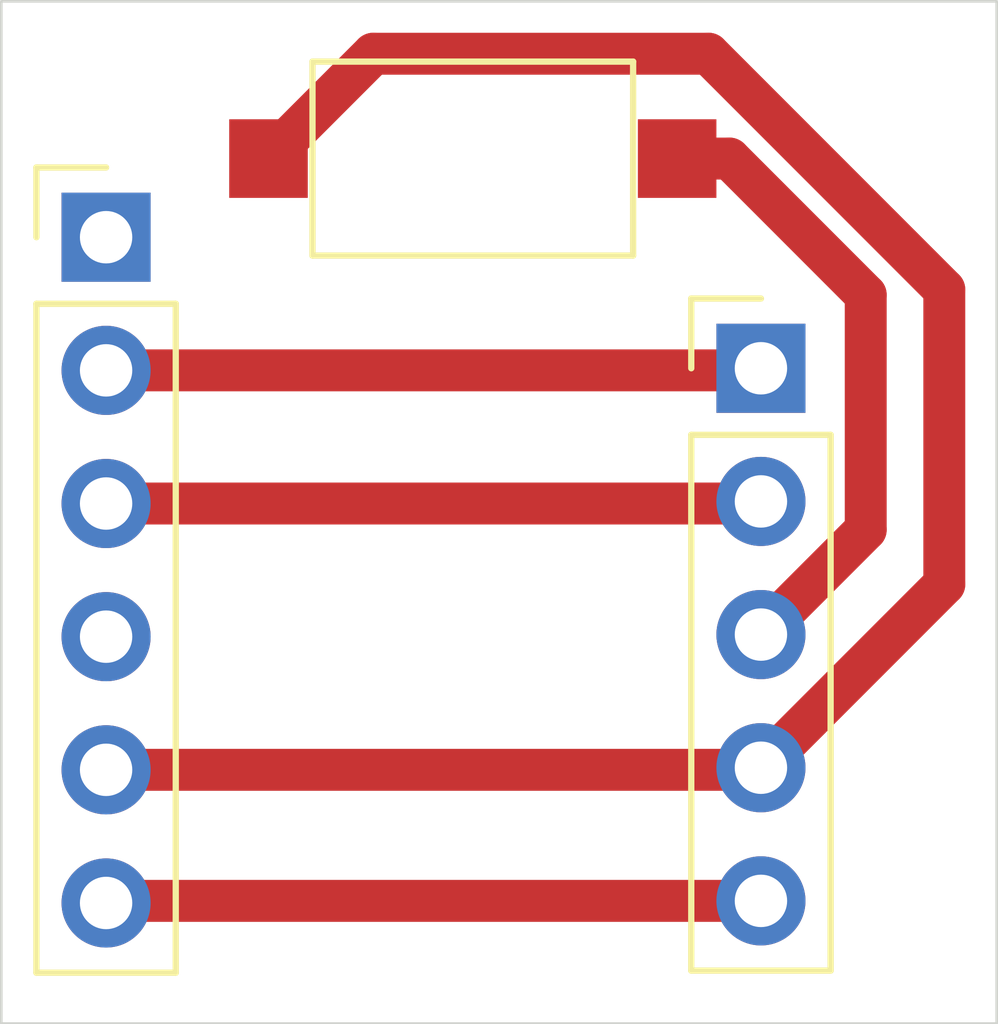
<source format=kicad_pcb>
(kicad_pcb (version 20240108) (generator "pcbnew") (generator_version "8.0")
  (layers (0 "F.Cu" signal) (31 "B.Cu" signal) (34 "B.Paste" user) (35 "F.Paste" user) (36 "B.SilkS" user "B.Silkscreen") (37 "F.SilkS" user "F.Silkscreen") (38 "B.Mask" user) (39 "F.Mask" user) (44 "Edge.Cuts" user))
  (net 0 "")
  (net 1 "Net-(J1-Pin_3)")
  (net 2 "Net-(J1-Pin_4)")
  (net 3 "Net-(J1-Pin_1)")
  (net 4 "Net-(J1-Pin_5)")
  (net 5 "Net-(J1-Pin_2)")
  (footprint "Connector_PinHeader_2.54mm:PinHeader_1x06_P2.54mm_Vertical" (layer "F.Cu") (at 126.5 57.5)
    (property "Reference" "J2" (hide yes))
    (property "Value" "Conn_01x06_Pin" (hide yes))
    (fp_line (start -1.33 -1.33) (end 0 -1.33) (stroke (width 0.12)) (layer "F.SilkS"))
    (fp_line (start -1.33 0) (end -1.33 -1.33) (stroke (width 0.12)) (layer "F.SilkS"))
    (fp_line (start -1.33 1.27) (end -1.33 14.03) (stroke (width 0.12)) (layer "F.SilkS"))
    (fp_line (start -1.33 1.27) (end 1.33 1.27) (stroke (width 0.12)) (layer "F.SilkS"))
    (fp_line (start -1.33 14.03) (end 1.33 14.03) (stroke (width 0.12)) (layer "F.SilkS"))
    (fp_line (start 1.33 1.27) (end 1.33 14.03) (stroke (width 0.12)) (layer "F.SilkS"))
    (pad "1" thru_hole rect (at 0 0) (size 1.7 1.7) (drill 1) (layers "*.Cu" "*.Mask"))
    (pad "2" thru_hole oval (at 0 2.54) (size 1.7 1.7) (drill 1) (layers "*.Cu" "*.Mask") (net 3 "Net-(J1-Pin_1)"))
    (pad "3" thru_hole oval (at 0 5.08) (size 1.7 1.7) (drill 1) (layers "*.Cu" "*.Mask") (net 5 "Net-(J1-Pin_2)"))
    (pad "4" thru_hole oval (at 0 7.62) (size 1.7 1.7) (drill 1) (layers "*.Cu" "*.Mask"))
    (pad "5" thru_hole oval (at 0 10.16) (size 1.7 1.7) (drill 1) (layers "*.Cu" "*.Mask") (net 2 "Net-(J1-Pin_4)"))
    (pad "6" thru_hole oval (at 0 12.7) (size 1.7 1.7) (drill 1) (layers "*.Cu" "*.Mask") (net 4 "Net-(J1-Pin_5)"))
  )
  (footprint "Button_Switch_SMD:SW_SPST_CK_RS282G05A3" (layer "F.Cu") (at 133.5 56 180)
    (property "Reference" "SW1" (hide yes))
    (property "Value" "SW_Push" (hide yes))
    (fp_line (start 3.06 1.85) (end -3.06 1.85) (stroke (width 0.12)) (layer "F.SilkS"))
    (fp_line (start 3.06 -1.85) (end 3.06 1.85) (stroke (width 0.12)) (layer "F.SilkS"))
    (fp_line (start -3.06 1.85) (end -3.06 -1.85) (stroke (width 0.12)) (layer "F.SilkS"))
    (fp_line (start -3.06 -1.85) (end 3.06 -1.85) (stroke (width 0.12)) (layer "F.SilkS"))
    (pad "1" smd rect (at -3.9 0 180) (size 1.5 1.5) (layers "F.Cu" "F.Paste" "F.Mask") (net 1 "Net-(J1-Pin_3)"))
    (pad "2" smd rect (at 3.9 0 180) (size 1.5 1.5) (layers "F.Cu" "F.Paste" "F.Mask") (net 2 "Net-(J1-Pin_4)"))
  )
  (footprint "Connector_PinHeader_2.54mm:PinHeader_1x05_P2.54mm_Vertical" (layer "F.Cu") (at 139 60)
    (property "Reference" "J1" (hide yes))
    (property "Value" "Conn_01x05_Pin" (hide yes))
    (fp_line (start -1.33 -1.33) (end 0 -1.33) (stroke (width 0.12)) (layer "F.SilkS"))
    (fp_line (start -1.33 0) (end -1.33 -1.33) (stroke (width 0.12)) (layer "F.SilkS"))
    (fp_line (start -1.33 1.27) (end -1.33 11.49) (stroke (width 0.12)) (layer "F.SilkS"))
    (fp_line (start -1.33 1.27) (end 1.33 1.27) (stroke (width 0.12)) (layer "F.SilkS"))
    (fp_line (start -1.33 11.49) (end 1.33 11.49) (stroke (width 0.12)) (layer "F.SilkS"))
    (fp_line (start 1.33 1.27) (end 1.33 11.49) (stroke (width 0.12)) (layer "F.SilkS"))
    (pad "1" thru_hole rect (at 0 0) (size 1.7 1.7) (drill 1) (layers "*.Cu" "*.Mask") (net 3 "Net-(J1-Pin_1)"))
    (pad "2" thru_hole oval (at 0 2.54) (size 1.7 1.7) (drill 1) (layers "*.Cu" "*.Mask") (net 5 "Net-(J1-Pin_2)"))
    (pad "3" thru_hole oval (at 0 5.08) (size 1.7 1.7) (drill 1) (layers "*.Cu" "*.Mask") (net 1 "Net-(J1-Pin_3)"))
    (pad "4" thru_hole oval (at 0 7.62) (size 1.7 1.7) (drill 1) (layers "*.Cu" "*.Mask") (net 2 "Net-(J1-Pin_4)"))
    (pad "5" thru_hole oval (at 0 10.16) (size 1.7 1.7) (drill 1) (layers "*.Cu" "*.Mask") (net 4 "Net-(J1-Pin_5)"))
  )
  (gr_rect (start 124.5 53) (end 143.5 72.5) (stroke (width 0.05)) (fill none) (layer "Edge.Cuts"))
  (segment (start 141 58.6) (end 138.4 56) (width 0.8) (layer "F.Cu") (net 1))
  (segment (start 139 65.08) (end 141 63.08) (width 0.8) (layer "F.Cu") (net 1))
  (segment (start 138.4 56) (end 137.4 56) (width 0.8) (layer "F.Cu") (net 1))
  (segment (start 141 63.08) (end 141 58.6) (width 0.8) (layer "F.Cu") (net 1))
  (segment (start 126.5 67.66) (end 138.96 67.66) (width 0.8) (layer "F.Cu") (net 2))
  (segment (start 138.96 67.66) (end 139 67.62) (width 0.8) (layer "F.Cu") (net 2))
  (segment (start 142.5 58.5) (end 138 54) (width 0.8) (layer "F.Cu") (net 2))
  (segment (start 139 67.62) (end 142.5 64.12) (width 0.8) (layer "F.Cu") (net 2))
  (segment (start 138 54) (end 131.6 54) (width 0.8) (layer "F.Cu") (net 2))
  (segment (start 131.6 54) (end 129.6 56) (width 0.8) (layer "F.Cu") (net 2))
  (segment (start 142.5 64.12) (end 142.5 58.5) (width 0.8) (layer "F.Cu") (net 2))
  (segment (start 138.96 60.04) (end 139 60) (width 0.8) (layer "F.Cu") (net 3))
  (segment (start 126.5 60.04) (end 138.96 60.04) (width 0.8) (layer "F.Cu") (net 3))
  (segment (start 139 70.16) (end 126.54 70.16) (width 0.8) (layer "F.Cu") (net 4))
  (segment (start 126.54 70.16) (end 126.5 70.2) (width 0.8) (layer "F.Cu") (net 4))
  (segment (start 138.96 62.58) (end 139 62.54) (width 0.8) (layer "F.Cu") (net 5))
  (segment (start 126.5 62.58) (end 138.96 62.58) (width 0.8) (layer "F.Cu") (net 5))
)
</source>
